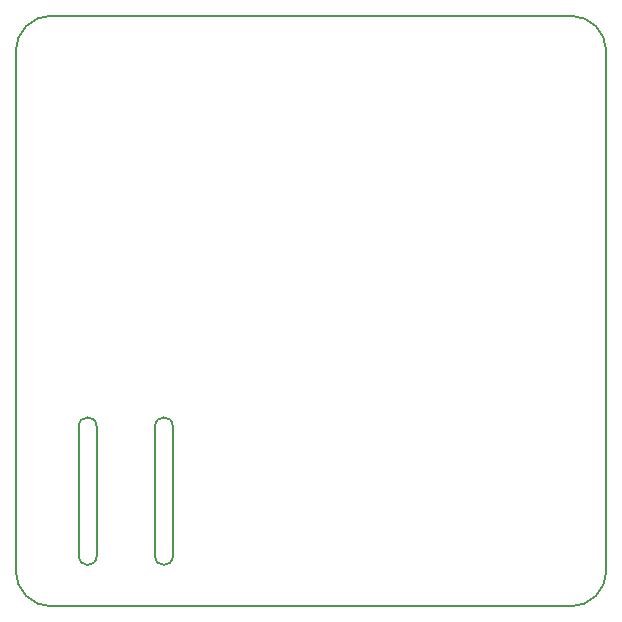
<source format=gm1>
G04 #@! TF.FileFunction,Profile,NP*
%FSLAX46Y46*%
G04 Gerber Fmt 4.6, Leading zero omitted, Abs format (unit mm)*
G04 Created by KiCad (PCBNEW 4.0.7-e2-6376~60~ubuntu17.10.1) date Wed Apr  4 01:09:11 2018*
%MOMM*%
%LPD*%
G01*
G04 APERTURE LIST*
%ADD10C,0.100000*%
%ADD11C,0.200000*%
%ADD12C,0.150000*%
G04 APERTURE END LIST*
D10*
D11*
X72250000Y-102100000D02*
G75*
G03X73750000Y-102100000I750000J0D01*
G01*
X72250000Y-102100000D02*
X72250000Y-91100000D01*
X73750000Y-91100000D02*
G75*
G03X72250000Y-91100000I-750000J0D01*
G01*
X73750000Y-91100000D02*
X73750000Y-102100000D01*
D12*
X107450000Y-106350000D02*
G75*
G03X110450000Y-103350000I0J3000000D01*
G01*
X110450000Y-59350000D02*
G75*
G03X107450000Y-56350000I-3000000J0D01*
G01*
X63450000Y-56350000D02*
G75*
G03X60450000Y-59350000I0J-3000000D01*
G01*
X60450000Y-103350000D02*
G75*
G03X63450000Y-106350000I3000000J0D01*
G01*
D11*
X65800000Y-102100000D02*
G75*
G03X67300000Y-102100000I750000J0D01*
G01*
X67300000Y-91100000D02*
G75*
G03X65800000Y-91100000I-750000J0D01*
G01*
X67300000Y-91100000D02*
X67300000Y-102100000D01*
X65800000Y-102100000D02*
X65800000Y-91100000D01*
D12*
X60450000Y-103350000D02*
X60450000Y-59350000D01*
X107450000Y-106350000D02*
X63450000Y-106350000D01*
X110450000Y-59350000D02*
X110450000Y-103350000D01*
X63450000Y-56350000D02*
X107450000Y-56350000D01*
M02*

</source>
